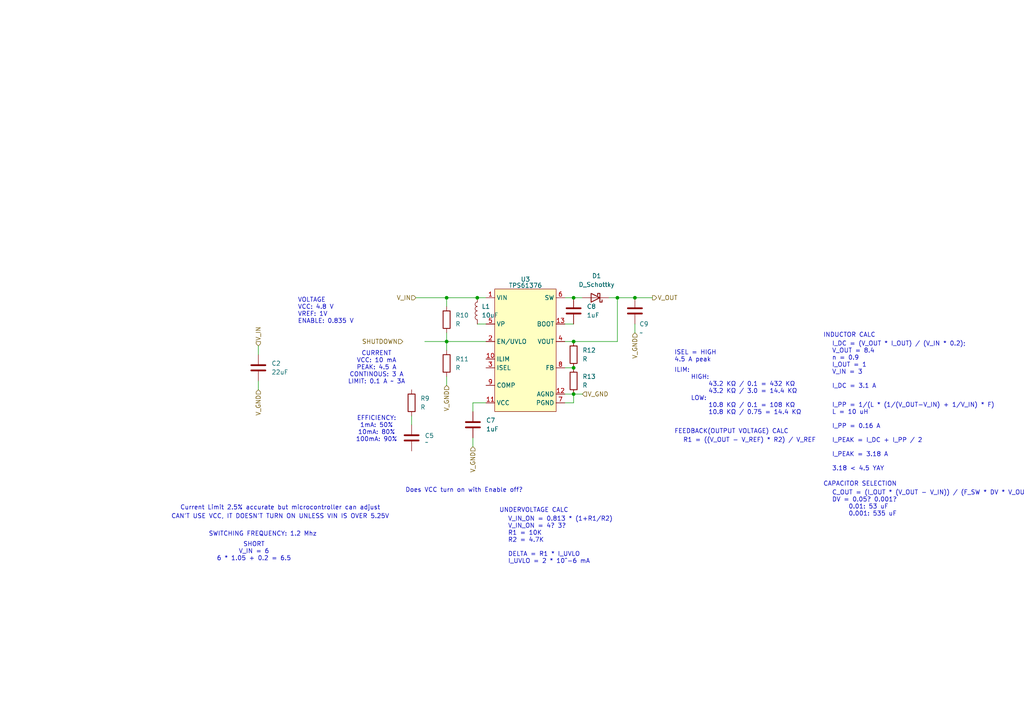
<source format=kicad_sch>
(kicad_sch (version 20231120) (generator "eeschema") (generator_version "8.0")
  (paper "A4")
  (lib_symbols
    (symbol "CUBESAT:TPS61376"
      (property "Reference" "U" (at 0 20.574 0))
      (property "Value" "TPS61376" (at 0 18.796 0))
      (symbol "TPS61376_0_0"
        (pin power_in line (at -11.43 15.24 0) (length 2.54) (name "VIN") (number "1"))
        (pin input line (at -11.43 -2.54 0) (length 2.54) (name "ILIM") (number "10"))
        (pin power_out line (at -11.43 -15.24 0) (length 2.54) (name "VCC") (number "11"))
        (pin power_in line (at 11.43 -12.7 180) (length 2.54) (name "AGND") (number "12"))
        (pin output line (at 11.43 7.62 180) (length 2.54) (name "BOOT") (number "13"))
        (pin input line (at -11.43 2.54 0) (length 2.54) (name "EN/UVLO") (number "2"))
        (pin input line (at -11.43 -5.08 0) (length 2.54) (name "ISEL") (number "3"))
        (pin input line (at 11.43 2.54 180) (length 2.54) (name "VOUT") (number "4"))
        (pin power_out line (at -11.43 7.62 0) (length 2.54) (name "VP") (number "5"))
        (pin power_in line (at 11.43 15.24 180) (length 2.54) (name "SW") (number "6"))
        (pin power_in line (at 11.43 -15.24 180) (length 2.54) (name "PGND") (number "7"))
        (pin input line (at 11.43 -5.08 180) (length 2.54) (name "FB") (number "8"))
        (pin output line (at -11.43 -10.16 0) (length 2.54) (name "COMP") (number "9"))
      )
      (symbol "TPS61376_1_1"
        (rectangle (start -8.89 17.78) (end 8.89 -17.78) (fill (type background)))
      )
    )
    (symbol "Device:C" (pin_numbers hide) (pin_names (offset 0.254))
      (property "Reference" "C" (at 0.635 2.54 0))
      (property "Value" "C" (at 0.635 -2.54 0))
      (symbol "C_0_1"
        (polyline (pts (xy -2.032 -0.762) (xy 2.032 -0.762)) (stroke (width 0.508)))
        (polyline (pts (xy -2.032 0.762) (xy 2.032 0.762)) (stroke (width 0.508)))
      )
      (symbol "C_1_1"
        (pin passive line (at 0 3.81 270) (length 2.794) (name "~") (number "1"))
        (pin passive line (at 0 -3.81 90) (length 2.794) (name "~") (number "2"))
      )
    )
    (symbol "Device:D_Schottky" (pin_numbers hide) (pin_names (offset 1.016) hide)
      (property "Reference" "D" (at 0 2.54 0))
      (property "Value" "D_Schottky" (at 0 -2.54 0))
      (symbol "D_Schottky_0_1"
        (polyline (pts (xy 1.27 0) (xy -1.27 0)))
        (polyline (pts (xy 1.27 1.27) (xy 1.27 -1.27) (xy -1.27 0) (xy 1.27 1.27)) (stroke (width 0.254)))
        (polyline (pts (xy -1.905 0.635) (xy -1.905 1.27) (xy -1.27 1.27) (xy -1.27 -1.27) (xy -0.635 -1.27) (xy -0.635 -0.635)) (stroke (width 0.254)))
      )
      (symbol "D_Schottky_1_1"
        (pin passive line (at -3.81 0 0) (length 2.54) (name "K") (number "1"))
        (pin passive line (at 3.81 0 180) (length 2.54) (name "A") (number "2"))
      )
    )
    (symbol "Device:L" (pin_numbers hide) (pin_names (offset 1.016) hide)
      (property "Reference" "L" (at -1.27 0 90))
      (property "Value" "L" (at 1.905 0 90))
      (symbol "L_0_1"
        (arc (start 0 -2.54) (mid 0.6323 -1.905) (end 0 -1.27))
        (arc (start 0 -1.27) (mid 0.6323 -0.635) (end 0 0))
        (arc (start 0 0) (mid 0.6323 0.635) (end 0 1.27))
        (arc (start 0 1.27) (mid 0.6323 1.905) (end 0 2.54))
      )
      (symbol "L_1_1"
        (pin passive line (at 0 3.81 270) (length 1.27) (name "1") (number "1"))
        (pin passive line (at 0 -3.81 90) (length 1.27) (name "2") (number "2"))
      )
    )
    (symbol "Device:R" (pin_numbers hide) (pin_names (offset 0))
      (property "Reference" "R" (at 2.032 0 90))
      (property "Value" "R" (at 0 0 90))
      (symbol "R_0_1"
        (rectangle (start -1.016 -2.54) (end 1.016 2.54) (stroke (width 0.254)))
      )
      (symbol "R_1_1"
        (pin passive line (at 0 3.81 270) (length 1.27) (name "~") (number "1"))
        (pin passive line (at 0 -3.81 90) (length 1.27) (name "~") (number "2"))
      )
    )
  )
  (junction (at 184.15 86.36))
  (junction (at 129.54 86.36))
  (junction (at 129.54 99.06))
  (junction (at 166.37 114.3))
  (junction (at 138.43 86.36))
  (junction (at 166.37 86.36))
  (junction (at 166.37 99.06))
  (junction (at 166.37 106.68))
  (junction (at 179.07 86.36))
  (wire (pts (xy 179.07 86.36) (xy 176.53 86.36)))
  (wire (pts (xy 137.16 119.38) (xy 137.16 116.84)))
  (wire (pts (xy 137.16 129.54) (xy 137.16 127)))
  (wire (pts (xy 189.23 86.36) (xy 184.15 86.36)))
  (wire (pts (xy 129.54 111.76) (xy 129.54 109.22)))
  (wire (pts (xy 138.43 86.36) (xy 140.97 86.36)))
  (wire (pts (xy 184.15 86.36) (xy 179.07 86.36)))
  (wire (pts (xy 163.83 99.06) (xy 166.37 99.06)))
  (wire (pts (xy 179.07 99.06) (xy 179.07 86.36)))
  (wire (pts (xy 138.43 93.98) (xy 140.97 93.98)))
  (wire (pts (xy 129.54 86.36) (xy 138.43 86.36)))
  (wire (pts (xy 74.93 100.33) (xy 74.93 102.87)))
  (wire (pts (xy 168.91 114.3) (xy 166.37 114.3)))
  (wire (pts (xy 163.83 86.36) (xy 166.37 86.36)))
  (wire (pts (xy 166.37 99.06) (xy 179.07 99.06)))
  (wire (pts (xy 129.54 99.06) (xy 140.97 99.06)))
  (wire (pts (xy 137.16 116.84) (xy 140.97 116.84)))
  (wire (pts (xy 74.93 113.03) (xy 74.93 110.49)))
  (wire (pts (xy 166.37 93.98) (xy 163.83 93.98)))
  (wire (pts (xy 163.83 106.68) (xy 166.37 106.68)))
  (wire (pts (xy 123.19 99.06) (xy 129.54 99.06)))
  (wire (pts (xy 129.54 86.36) (xy 129.54 88.9)))
  (wire (pts (xy 166.37 114.3) (xy 163.83 114.3)))
  (wire (pts (xy 184.15 96.52) (xy 184.15 93.98)))
  (wire (pts (xy 129.54 101.6) (xy 129.54 99.06)))
  (wire (pts (xy 119.38 123.19) (xy 119.38 120.65)))
  (wire (pts (xy 166.37 116.84) (xy 166.37 114.3)))
  (wire (pts (xy 166.37 86.36) (xy 168.91 86.36)))
  (wire (pts (xy 120.65 86.36) (xy 129.54 86.36)))
  (wire (pts (xy 163.83 116.84) (xy 166.37 116.84)))
  (wire (pts (xy 129.54 96.52) (xy 129.54 99.06)))
  (text "UNDERVOLTAGE CALC" (at 144.78 147.32 0) (effects (font (size 1.27 1.27)) (justify left top)))
  (text "Current Limit 2.5% accurate but microcontroller can adjust" (at 81.28 147.32 0) (effects (font (size 1.27 1.27))))
  (text "CAN'T USE VCC, IT DOESN'T TURN ON UNLESS VIN IS OVER 5.25V" (at 81.28 149.86 0) (effects (font (size 1.27 1.27))))
  (text "Does VCC turn on with Enable off?" (at 134.62 142.24 0) (effects (font (size 1.27 1.27))))
  (text "CAPACITOR SELECTION" (at 238.76 139.7 0) (effects (font (size 1.27 1.27)) (justify left top)))
  (text "VOLTAGE\nVCC: 4.8 V\nVREF: 1V\nENABLE: 0.835 V" (at 86.36 86.36 0) (effects (font (size 1.27 1.27)) (justify left top)))
  (text "EFFICIENCY:\n1mA: 50%\n10mA: 80%\n100mA: 90%" (at 109.22 124.46 0) (effects (font (size 1.27 1.27))))
  (text "FEEDBACK(OUTPUT VOLTAGE) CALC" (at 195.58 124.46 0) (effects (font (size 1.27 1.27)) (justify left top)))
  (text "SHORT\nV_IN = 6\n6 * 1.05 + 0.2 = 6.5\n" (at 73.66 160.02 0) (effects (font (size 1.27 1.27))))
  (text "R1 = ((V_OUT - V_REF) * R2) / V_REF" (at 198.12 127 0) (effects (font (size 1.27 1.27)) (justify left top)))
  (text "SWITCHING FREQUENCY: 1.2 Mhz" (at 76.2 154.94 0) (effects (font (size 1.27 1.27))))
  (text "ISEL = HIGH\n4.5 A peak\n" (at 195.58 101.6 0) (effects (font (size 1.27 1.27)) (justify left top)))
  (text "C_OUT = (I_OUT * (V_OUT - V_IN)) / (F_SW * DV * V_OUT)\nDV = 0.05? 0.001?\n	0.01: 53 uF\n	0.001: 535 uF" (at 241.3 142.24 0) (effects (font (size 1.27 1.27)) (justify left top)))
  (text "I_DC = (V_OUT * I_OUT) / (V_IN * 0.2);\nV_OUT = 8.4\nn = 0.9\nI_OUT = 1\nV_IN = 3\n\nI_DC = 3.1 A\n" (at 241.3 99.06 0) (effects (font (size 1.27 1.27)) (justify left top)))
  (text "CURRENT\nVCC: 10 mA\nPEAK: 4.5 A\nCONTINOUS: 3 A\nLIMIT: 0.1 A ~ 3A" (at 109.22 106.68 0) (effects (font (size 1.27 1.27))))
  (text "V_IN_ON = 0.813 * (1+R1/R2)\nV_IN_ON = 4? 3?\nR1 = 10K\nR2 = 4.7K\n\nDELTA = R1 * I_UVLO\nI_UVLO = 2 * 10^-6 mA" (at 147.32 149.86 0) (effects (font (size 1.27 1.27)) (justify left top)))
  (text "INDUCTOR CALC" (at 238.76 96.52 0) (effects (font (size 1.27 1.27)) (justify left top)))
  (text "ILIM:\n	HIGH:\n		43.2 KΩ / 0.1 = 432 KΩ\n		43.2 KΩ / 3.0 = 14.4 KΩ\n	LOW:\n		10.8 KΩ / 0.1 = 108 KΩ\n		10.8 KΩ / 0.75 = 14.4 KΩ" (at 195.58 106.68 0) (effects (font (size 1.27 1.27)) (justify left top)))
  (text "I_PP = 1/(L * (1/(V_OUT-V_IN) + 1/V_IN) * F)\nL = 10 uH\n\nI_PP = 0.16 A\n\nI_PEAK = I_DC + I_PP / 2\n\nI_PEAK = 3.18 A\n\n3.18 < 4.5 YAY\n\n" (at 241.3 116.84 0) (effects (font (size 1.27 1.27)) (justify left top)))
  (hierarchical_label "V_IN" (shape input) (at 120.65 86.36 180))
  (hierarchical_label "V_GND" (shape input) (at 137.16 129.54 270))
  (hierarchical_label "SHUTDOWN" (shape input) (at 116.84 99.06 180))
  (hierarchical_label "V_OUT" (shape output) (at 189.23 86.36 0))
  (hierarchical_label "V_GND" (shape input) (at 168.91 114.3 0))
  (hierarchical_label "V_GND" (shape input) (at 184.15 96.52 270))
  (hierarchical_label "V_GND" (shape input) (at 74.93 113.03 270))
  (hierarchical_label "V_IN" (shape input) (at 74.93 100.33 90))
  (hierarchical_label "V_GND" (shape input) (at 129.54 111.76 270))
  (symbol (lib_id "Device:C") (at 137.16 123.19 180) (unit 1)
    (property "Reference" "C7" (at 140.97 121.9199 0) (effects (justify right)))
    (property "Value" "1uF" (at 140.97 124.4599 0) (effects (justify right)))
    (property "Description" "Unpolarized capacitor" (effects (hide yes)))
    (instances (project "power" (path "" (reference "C7") (unit 1)) (path "" (reference "C25") (unit 1))))
  )
  (symbol (lib_id "Device:L") (at 138.43 90.17 180) (unit 1)
    (property "Reference" "L1" (at 139.7 88.8999 0) (effects (justify right)))
    (property "Value" "10uF" (at 139.7 91.4399 0) (effects (justify right)))
    (property "Description" "Inductor" (effects (hide yes)))
    (instances (project "power" (path "" (reference "L1") (unit 1)) (path "" (reference "L2") (unit 1))))
  )
  (symbol (lib_id "Device:R") (at 166.37 102.87 0) (unit 1)
    (property "Reference" "R12" (at 168.91 101.5999 0) (effects (justify left)))
    (property "Value" "R" (at 168.91 104.1399 0) (effects (justify left)))
    (property "Description" "Resistor" (effects (hide yes)))
    (instances (project "power" (path "" (reference "R12") (unit 1)) (path "" (reference "R24") (unit 1))))
  )
  (symbol (lib_id "Device:C") (at 184.15 90.17 0) (unit 1)
    (property "Reference" "C9" (at 185.42 93.98 0) (effects (justify left)))
    (property "Value" "~" (at 185.42 96.52 0) (effects (justify left)))
    (property "Description" "Unpolarized capacitor" (effects (hide yes)))
    (instances (project "power" (path "" (reference "C9") (unit 1)) (path "" (reference "C27") (unit 1))))
  )
  (symbol (lib_id "Device:C") (at 74.93 106.68 0) (unit 1)
    (property "Reference" "C2" (at 78.74 105.4099 0) (effects (justify left)))
    (property "Value" "22uF" (at 78.74 107.9499 0) (effects (justify left)))
    (property "Description" "Unpolarized capacitor" (effects (hide yes)))
    (instances (project "power" (path "" (reference "C2") (unit 1)) (path "" (reference "C21") (unit 1))))
  )
  (symbol (lib_id "CUBESAT:TPS61376") (at 152.4 101.6 0) (unit 1)
    (property "Reference" "U3" (at 152.4 81.026 0))
    (property "Value" "TPS61376" (at 152.4 82.804 0))
    (property "Datasheet" "https://www.ti.com/lit/ds/symlink/tps61376.pdf" (effects (hide yes)))
    (property "Description" "VIN, 25VOUT, 4.5A, Boost Converter with up to ±2.5% Accuracy Input Average Current Limit and True Load Disconnection" (effects (hide yes)))
    (instances (project "power" (path "" (reference "U3") (unit 1)) (path "" (reference "U5") (unit 1))))
  )
  (symbol (lib_id "Device:D_Schottky") (at 172.72 86.36 180) (unit 1)
    (property "Reference" "D1" (at 173.0375 80.01 0))
    (property "Value" "D_Schottky" (at 173.0375 82.55 0))
    (property "Description" "Schottky diode" (effects (hide yes)))
    (instances (project "power" (path "" (reference "D1") (unit 1)) (path "" (reference "D3") (unit 1))))
  )
  (symbol (lib_id "Device:R") (at 129.54 105.41 180) (unit 1)
    (property "Reference" "R11" (at 132.08 104.1399 0) (effects (justify right)))
    (property "Value" "R" (at 132.08 106.6799 0) (effects (justify right)))
    (property "Description" "Resistor" (effects (hide yes)))
    (instances (project "power" (path "" (reference "R11") (unit 1)) (path "" (reference "R23") (unit 1))))
  )
  (symbol (lib_id "Device:R") (at 166.37 110.49 0) (unit 1)
    (property "Reference" "R13" (at 168.91 109.2199 0) (effects (justify left)))
    (property "Value" "R" (at 168.91 111.7599 0) (effects (justify left)))
    (property "Description" "Resistor" (effects (hide yes)))
    (instances (project "power" (path "" (reference "R13") (unit 1)) (path "" (reference "R25") (unit 1))))
  )
  (symbol (lib_id "Device:R") (at 129.54 92.71 0) (unit 1)
    (property "Reference" "R10" (at 132.08 91.44 0) (effects (justify left)))
    (property "Value" "R" (at 132.08 93.9799 0) (effects (justify left)))
    (property "Description" "Resistor" (effects (hide yes)))
    (instances (project "power" (path "" (reference "R10") (unit 1)) (path "" (reference "R22") (unit 1))))
  )
  (symbol (lib_id "Device:R") (at 119.38 116.84 180) (unit 1)
    (property "Reference" "R9" (at 121.92 115.5699 0) (effects (justify right)))
    (property "Value" "R" (at 121.92 118.1099 0) (effects (justify right)))
    (property "Description" "Resistor" (effects (hide yes)))
    (instances (project "power" (path "" (reference "R9") (unit 1)) (path "" (reference "R21") (unit 1))))
  )
  (symbol (lib_id "Device:C") (at 166.37 90.17 0) (unit 1)
    (property "Reference" "C8" (at 170.18 88.9 0) (effects (justify left)))
    (property "Value" "1uF" (at 170.18 91.44 0) (effects (justify left)))
    (property "Description" "Unpolarized capacitor" (effects (hide yes)))
    (instances (project "power" (path "" (reference "C8") (unit 1)) (path "" (reference "C26") (unit 1))))
  )
  (symbol (lib_id "Device:C") (at 119.38 127 180) (unit 1)
    (property "Reference" "C5" (at 123.19 126.3649 0) (effects (justify right)))
    (property "Value" "~" (at 123.19 128.27 0) (effects (justify right)))
    (property "Description" "Unpolarized capacitor" (effects (hide yes)))
    (instances (project "power" (path "" (reference "C5") (unit 1)) (path "" (reference "C22") (unit 1))))
  )
)
</source>
